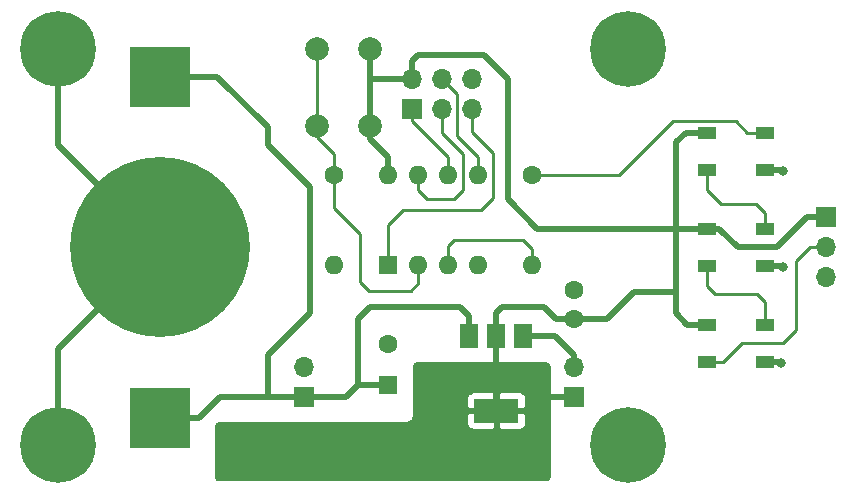
<source format=gtl>
G04 #@! TF.GenerationSoftware,KiCad,Pcbnew,5.1.6-c6e7f7d~87~ubuntu20.04.1*
G04 #@! TF.CreationDate,2020-07-30T22:17:07+05:30*
G04 #@! TF.ProjectId,tiny_blinky,74696e79-5f62-46c6-996e-6b792e6b6963,rev1*
G04 #@! TF.SameCoordinates,Original*
G04 #@! TF.FileFunction,Copper,L1,Top*
G04 #@! TF.FilePolarity,Positive*
%FSLAX46Y46*%
G04 Gerber Fmt 4.6, Leading zero omitted, Abs format (unit mm)*
G04 Created by KiCad (PCBNEW 5.1.6-c6e7f7d~87~ubuntu20.04.1) date 2020-07-30 22:17:07*
%MOMM*%
%LPD*%
G01*
G04 APERTURE LIST*
G04 #@! TA.AperFunction,SMDPad,CuDef*
%ADD10R,5.100000X5.100000*%
G04 #@! TD*
G04 #@! TA.AperFunction,SMDPad,CuDef*
%ADD11C,15.240000*%
G04 #@! TD*
G04 #@! TA.AperFunction,ComponentPad*
%ADD12C,2.000000*%
G04 #@! TD*
G04 #@! TA.AperFunction,ComponentPad*
%ADD13R,1.600000X1.600000*%
G04 #@! TD*
G04 #@! TA.AperFunction,ComponentPad*
%ADD14C,1.600000*%
G04 #@! TD*
G04 #@! TA.AperFunction,SMDPad,CuDef*
%ADD15R,1.500000X1.000000*%
G04 #@! TD*
G04 #@! TA.AperFunction,ComponentPad*
%ADD16C,6.400000*%
G04 #@! TD*
G04 #@! TA.AperFunction,ComponentPad*
%ADD17C,0.800000*%
G04 #@! TD*
G04 #@! TA.AperFunction,ComponentPad*
%ADD18R,1.700000X1.700000*%
G04 #@! TD*
G04 #@! TA.AperFunction,ComponentPad*
%ADD19O,1.700000X1.700000*%
G04 #@! TD*
G04 #@! TA.AperFunction,ComponentPad*
%ADD20O,1.600000X1.600000*%
G04 #@! TD*
G04 #@! TA.AperFunction,SMDPad,CuDef*
%ADD21R,3.800000X2.000000*%
G04 #@! TD*
G04 #@! TA.AperFunction,SMDPad,CuDef*
%ADD22R,1.500000X2.000000*%
G04 #@! TD*
G04 #@! TA.AperFunction,ViaPad*
%ADD23C,0.812800*%
G04 #@! TD*
G04 #@! TA.AperFunction,Conductor*
%ADD24C,0.508000*%
G04 #@! TD*
G04 #@! TA.AperFunction,Conductor*
%ADD25C,0.254000*%
G04 #@! TD*
G04 APERTURE END LIST*
D10*
X52832000Y-36334700D03*
X52832000Y-65265300D03*
D11*
X52832000Y-50800000D03*
D12*
X70612000Y-40536000D03*
X66112000Y-40536000D03*
X70612000Y-34036000D03*
X66112000Y-34036000D03*
D13*
X72136000Y-62484000D03*
D14*
X72136000Y-58984000D03*
X87884000Y-56896000D03*
X87884000Y-54396000D03*
D15*
X104050000Y-44272000D03*
X104050000Y-41072000D03*
X99150000Y-44272000D03*
X99150000Y-41072000D03*
X104050000Y-52400000D03*
X104050000Y-49200000D03*
X99150000Y-52400000D03*
X99150000Y-49200000D03*
X99150000Y-57328000D03*
X99150000Y-60528000D03*
X104050000Y-57328000D03*
X104050000Y-60528000D03*
D16*
X92456000Y-67564000D03*
D17*
X94856000Y-67564000D03*
X94153056Y-69261056D03*
X92456000Y-69964000D03*
X90758944Y-69261056D03*
X90056000Y-67564000D03*
X90758944Y-65866944D03*
X92456000Y-65164000D03*
X94153056Y-65866944D03*
X94153056Y-32338944D03*
X92456000Y-31636000D03*
X90758944Y-32338944D03*
X90056000Y-34036000D03*
X90758944Y-35733056D03*
X92456000Y-36436000D03*
X94153056Y-35733056D03*
X94856000Y-34036000D03*
D16*
X92456000Y-34036000D03*
X44196000Y-34036000D03*
D17*
X46596000Y-34036000D03*
X45893056Y-35733056D03*
X44196000Y-36436000D03*
X42498944Y-35733056D03*
X41796000Y-34036000D03*
X42498944Y-32338944D03*
X44196000Y-31636000D03*
X45893056Y-32338944D03*
X45893056Y-65866944D03*
X44196000Y-65164000D03*
X42498944Y-65866944D03*
X41796000Y-67564000D03*
X42498944Y-69261056D03*
X44196000Y-69964000D03*
X45893056Y-69261056D03*
X46596000Y-67564000D03*
D16*
X44196000Y-67564000D03*
D18*
X109220000Y-48260000D03*
D19*
X109220000Y-50800000D03*
X109220000Y-53340000D03*
D18*
X74168000Y-39116000D03*
D19*
X74168000Y-36576000D03*
X76708000Y-39116000D03*
X76708000Y-36576000D03*
X79248000Y-39116000D03*
X79248000Y-36576000D03*
X65024000Y-60960000D03*
D18*
X65024000Y-63500000D03*
X87884000Y-63500000D03*
D19*
X87884000Y-60960000D03*
D14*
X84328000Y-44704000D03*
D20*
X84328000Y-52324000D03*
X67564000Y-52324000D03*
D14*
X67564000Y-44704000D03*
D13*
X72136000Y-52324000D03*
D20*
X79756000Y-44704000D03*
X74676000Y-52324000D03*
X77216000Y-44704000D03*
X77216000Y-52324000D03*
X74676000Y-44704000D03*
X79756000Y-52324000D03*
X72136000Y-44704000D03*
D21*
X81280000Y-64618000D03*
D22*
X81280000Y-58318000D03*
X78980000Y-58318000D03*
X83580000Y-58318000D03*
D23*
X105537000Y-44323000D03*
X105537000Y-52451000D03*
X105410000Y-60579000D03*
D24*
X105486000Y-44272000D02*
X105537000Y-44323000D01*
X104050000Y-44272000D02*
X105486000Y-44272000D01*
X105486000Y-52400000D02*
X105537000Y-52451000D01*
X104050000Y-52400000D02*
X105486000Y-52400000D01*
X105359000Y-60528000D02*
X105410000Y-60579000D01*
X104050000Y-60528000D02*
X105359000Y-60528000D01*
X83580000Y-58318000D02*
X86258000Y-58318000D01*
X87884000Y-59944000D02*
X87884000Y-60960000D01*
X86258000Y-58318000D02*
X87884000Y-59944000D01*
X44196000Y-59436000D02*
X44196000Y-67564000D01*
X52832000Y-50800000D02*
X44196000Y-59436000D01*
X44196000Y-42164000D02*
X52832000Y-50800000D01*
X44196000Y-34036000D02*
X44196000Y-42164000D01*
X65024000Y-63500000D02*
X68580000Y-63500000D01*
X69596000Y-62484000D02*
X72136000Y-62484000D01*
X68580000Y-63500000D02*
X69596000Y-62484000D01*
X61976000Y-63500000D02*
X65024000Y-63500000D01*
X78980000Y-58318000D02*
X78980000Y-56628000D01*
X78980000Y-56628000D02*
X78232000Y-55880000D01*
X78232000Y-55880000D02*
X70612000Y-55880000D01*
X69596000Y-56896000D02*
X69596000Y-62484000D01*
X70612000Y-55880000D02*
X69596000Y-56896000D01*
X61976000Y-63500000D02*
X57912000Y-63500000D01*
X56146700Y-65265300D02*
X52832000Y-65265300D01*
X57912000Y-63500000D02*
X56146700Y-65265300D01*
X61976000Y-59944000D02*
X61976000Y-63500000D01*
X65532000Y-56387998D02*
X61976000Y-59944000D01*
X65532000Y-45720000D02*
X65532000Y-56387998D01*
X61976000Y-40640000D02*
X61976000Y-42164000D01*
X61976000Y-42164000D02*
X65532000Y-45720000D01*
X57670700Y-36334700D02*
X61976000Y-40640000D01*
X52832000Y-36334700D02*
X57670700Y-36334700D01*
X81280000Y-64618000D02*
X81280000Y-58318000D01*
X87884000Y-63500000D02*
X85852000Y-63500000D01*
X84734000Y-64618000D02*
X81280000Y-64618000D01*
X85852000Y-63500000D02*
X84734000Y-64618000D01*
X87884000Y-56896000D02*
X86360000Y-56896000D01*
X86360000Y-56896000D02*
X85344000Y-55880000D01*
X85344000Y-55880000D02*
X81788000Y-55880000D01*
X81280000Y-56388000D02*
X81280000Y-58318000D01*
X81788000Y-55880000D02*
X81280000Y-56388000D01*
X99150000Y-41072000D02*
X97358000Y-41072000D01*
X97358000Y-41072000D02*
X96520000Y-41910000D01*
X97460000Y-57328000D02*
X99150000Y-57328000D01*
X96520000Y-56388000D02*
X97460000Y-57328000D01*
X96571000Y-49200000D02*
X96520000Y-49149000D01*
X99150000Y-49200000D02*
X96571000Y-49200000D01*
X96520000Y-41910000D02*
X96520000Y-49149000D01*
X87884000Y-56896000D02*
X90678000Y-56896000D01*
X92964000Y-54610000D02*
X96520000Y-54610000D01*
X90678000Y-56896000D02*
X92964000Y-54610000D01*
X96520000Y-54610000D02*
X96520000Y-56388000D01*
X96520000Y-49149000D02*
X96520000Y-54610000D01*
X99150000Y-49200000D02*
X100127000Y-49200000D01*
X100127000Y-49200000D02*
X101727000Y-50800000D01*
X101727000Y-50800000D02*
X105029000Y-50800000D01*
X107569000Y-48260000D02*
X109220000Y-48260000D01*
X105029000Y-50800000D02*
X107569000Y-48260000D01*
X74168000Y-36576000D02*
X74168000Y-35052000D01*
X74168000Y-35052000D02*
X74676000Y-34544000D01*
X80264000Y-34544000D02*
X82296000Y-36576000D01*
X82296000Y-36576000D02*
X82296000Y-46736000D01*
X84760000Y-49200000D02*
X96571000Y-49200000D01*
X82296000Y-46736000D02*
X84760000Y-49200000D01*
X81280000Y-64618000D02*
X81280000Y-62992000D01*
X74676000Y-34544000D02*
X80264000Y-34544000D01*
X72136000Y-44704000D02*
X72136000Y-43180000D01*
X70612000Y-41656000D02*
X70612000Y-40536000D01*
X72136000Y-43180000D02*
X70612000Y-41656000D01*
X70739000Y-36576000D02*
X70612000Y-36449000D01*
X74168000Y-36576000D02*
X70739000Y-36576000D01*
X70612000Y-36449000D02*
X70612000Y-34036000D01*
X70612000Y-40536000D02*
X70612000Y-36449000D01*
D25*
X99150000Y-44272000D02*
X99150000Y-45937000D01*
X99150000Y-45937000D02*
X100330000Y-47117000D01*
X100330000Y-47117000D02*
X103251000Y-47117000D01*
X104050000Y-47916000D02*
X104050000Y-49200000D01*
X103251000Y-47117000D02*
X104050000Y-47916000D01*
X91694000Y-44704000D02*
X84328000Y-44704000D01*
X96266000Y-40132000D02*
X91694000Y-44704000D01*
X101600000Y-40132000D02*
X96266000Y-40132000D01*
X102540000Y-41072000D02*
X101600000Y-40132000D01*
X104050000Y-41072000D02*
X102540000Y-41072000D01*
X99150000Y-52400000D02*
X99150000Y-54065000D01*
X99150000Y-54065000D02*
X99822000Y-54737000D01*
X99822000Y-54737000D02*
X103378000Y-54737000D01*
X104050000Y-55409000D02*
X104050000Y-57328000D01*
X103378000Y-54737000D02*
X104050000Y-55409000D01*
X99150000Y-60528000D02*
X100508000Y-60528000D01*
X100508000Y-60528000D02*
X102108000Y-58928000D01*
X102108000Y-58928000D02*
X105537000Y-58928000D01*
X105537000Y-58928000D02*
X106680000Y-57785000D01*
X106680000Y-57785000D02*
X106680000Y-51943000D01*
X107823000Y-50800000D02*
X109220000Y-50800000D01*
X106680000Y-51943000D02*
X107823000Y-50800000D01*
X77216000Y-52324000D02*
X77216000Y-50673000D01*
X77216000Y-50673000D02*
X77724000Y-50165000D01*
X77724000Y-50165000D02*
X83566000Y-50165000D01*
X84328000Y-50927000D02*
X84328000Y-52324000D01*
X83566000Y-50165000D02*
X84328000Y-50927000D01*
X74676000Y-52324000D02*
X74676000Y-53848000D01*
X69723000Y-49657000D02*
X67564000Y-47498000D01*
X67564000Y-47498000D02*
X67564000Y-44704000D01*
X69723000Y-53721000D02*
X69723000Y-49657000D01*
X70485000Y-54483000D02*
X69723000Y-53721000D01*
X74041000Y-54483000D02*
X70485000Y-54483000D01*
X74676000Y-53848000D02*
X74041000Y-54483000D01*
X67564000Y-44704000D02*
X67564000Y-42926000D01*
X66112000Y-41474000D02*
X66112000Y-40536000D01*
X67564000Y-42926000D02*
X66112000Y-41474000D01*
X66112000Y-40536000D02*
X66112000Y-34036000D01*
X72136000Y-52324000D02*
X72136000Y-48895000D01*
X72136000Y-48895000D02*
X73406000Y-47625000D01*
X73406000Y-47625000D02*
X80010000Y-47625000D01*
X80010000Y-47625000D02*
X81026000Y-46609000D01*
X81026000Y-46609000D02*
X81026000Y-42799000D01*
X79248000Y-41021000D02*
X79248000Y-39116000D01*
X81026000Y-42799000D02*
X79248000Y-41021000D01*
X79756000Y-44704000D02*
X79756000Y-43180000D01*
X79756000Y-43180000D02*
X77978000Y-41402000D01*
X77978000Y-37846000D02*
X76708000Y-36576000D01*
X77978000Y-41402000D02*
X77978000Y-37846000D01*
X78486000Y-42926000D02*
X76708000Y-41148000D01*
X78486000Y-45974000D02*
X78486000Y-42926000D01*
X76708000Y-41148000D02*
X76708000Y-39116000D01*
X77724000Y-46736000D02*
X78486000Y-45974000D01*
X75438000Y-46736000D02*
X77724000Y-46736000D01*
X74676000Y-45974000D02*
X75438000Y-46736000D01*
X74676000Y-44704000D02*
X74676000Y-45974000D01*
X77216000Y-44704000D02*
X77216000Y-43180000D01*
X74168000Y-40132000D02*
X74168000Y-39116000D01*
X77216000Y-43180000D02*
X74168000Y-40132000D01*
G36*
X85442325Y-60593040D02*
G01*
X85533951Y-60630993D01*
X85612632Y-60691368D01*
X85673007Y-60770049D01*
X85710960Y-60861675D01*
X85725000Y-60968321D01*
X85725000Y-70095679D01*
X85710960Y-70202325D01*
X85673007Y-70293951D01*
X85612632Y-70372632D01*
X85533951Y-70433007D01*
X85531071Y-70434200D01*
X57724929Y-70434200D01*
X57722049Y-70433007D01*
X57643368Y-70372632D01*
X57582993Y-70293951D01*
X57545040Y-70202325D01*
X57531000Y-70095679D01*
X57531000Y-66048321D01*
X57545040Y-65941675D01*
X57582993Y-65850049D01*
X57643368Y-65771368D01*
X57722049Y-65710993D01*
X57813675Y-65673040D01*
X57920321Y-65659000D01*
X73660000Y-65659000D01*
X73676577Y-65657913D01*
X73808057Y-65640603D01*
X73840080Y-65632023D01*
X73873934Y-65618000D01*
X78741928Y-65618000D01*
X78754188Y-65742482D01*
X78790498Y-65862180D01*
X78849463Y-65972494D01*
X78928815Y-66069185D01*
X79025506Y-66148537D01*
X79135820Y-66207502D01*
X79255518Y-66243812D01*
X79380000Y-66256072D01*
X80994250Y-66253000D01*
X81153000Y-66094250D01*
X81153000Y-64745000D01*
X81407000Y-64745000D01*
X81407000Y-66094250D01*
X81565750Y-66253000D01*
X83180000Y-66256072D01*
X83304482Y-66243812D01*
X83424180Y-66207502D01*
X83534494Y-66148537D01*
X83631185Y-66069185D01*
X83710537Y-65972494D01*
X83769502Y-65862180D01*
X83805812Y-65742482D01*
X83818072Y-65618000D01*
X83815000Y-64903750D01*
X83656250Y-64745000D01*
X81407000Y-64745000D01*
X81153000Y-64745000D01*
X78903750Y-64745000D01*
X78745000Y-64903750D01*
X78741928Y-65618000D01*
X73873934Y-65618000D01*
X73962600Y-65581274D01*
X73991313Y-65564697D01*
X74096523Y-65483966D01*
X74119966Y-65460523D01*
X74200697Y-65355313D01*
X74217274Y-65326600D01*
X74268023Y-65204080D01*
X74276603Y-65172057D01*
X74293913Y-65040577D01*
X74295000Y-65024000D01*
X74295000Y-63618000D01*
X78741928Y-63618000D01*
X78745000Y-64332250D01*
X78903750Y-64491000D01*
X81153000Y-64491000D01*
X81153000Y-63141750D01*
X81407000Y-63141750D01*
X81407000Y-64491000D01*
X83656250Y-64491000D01*
X83815000Y-64332250D01*
X83818072Y-63618000D01*
X83805812Y-63493518D01*
X83769502Y-63373820D01*
X83710537Y-63263506D01*
X83631185Y-63166815D01*
X83534494Y-63087463D01*
X83424180Y-63028498D01*
X83304482Y-62992188D01*
X83180000Y-62979928D01*
X81565750Y-62983000D01*
X81407000Y-63141750D01*
X81153000Y-63141750D01*
X80994250Y-62983000D01*
X79380000Y-62979928D01*
X79255518Y-62992188D01*
X79135820Y-63028498D01*
X79025506Y-63087463D01*
X78928815Y-63166815D01*
X78849463Y-63263506D01*
X78790498Y-63373820D01*
X78754188Y-63493518D01*
X78741928Y-63618000D01*
X74295000Y-63618000D01*
X74295000Y-60968321D01*
X74309040Y-60861675D01*
X74346993Y-60770049D01*
X74407368Y-60691368D01*
X74486049Y-60630993D01*
X74577675Y-60593040D01*
X74684321Y-60579000D01*
X85335679Y-60579000D01*
X85442325Y-60593040D01*
G37*
X85442325Y-60593040D02*
X85533951Y-60630993D01*
X85612632Y-60691368D01*
X85673007Y-60770049D01*
X85710960Y-60861675D01*
X85725000Y-60968321D01*
X85725000Y-70095679D01*
X85710960Y-70202325D01*
X85673007Y-70293951D01*
X85612632Y-70372632D01*
X85533951Y-70433007D01*
X85531071Y-70434200D01*
X57724929Y-70434200D01*
X57722049Y-70433007D01*
X57643368Y-70372632D01*
X57582993Y-70293951D01*
X57545040Y-70202325D01*
X57531000Y-70095679D01*
X57531000Y-66048321D01*
X57545040Y-65941675D01*
X57582993Y-65850049D01*
X57643368Y-65771368D01*
X57722049Y-65710993D01*
X57813675Y-65673040D01*
X57920321Y-65659000D01*
X73660000Y-65659000D01*
X73676577Y-65657913D01*
X73808057Y-65640603D01*
X73840080Y-65632023D01*
X73873934Y-65618000D01*
X78741928Y-65618000D01*
X78754188Y-65742482D01*
X78790498Y-65862180D01*
X78849463Y-65972494D01*
X78928815Y-66069185D01*
X79025506Y-66148537D01*
X79135820Y-66207502D01*
X79255518Y-66243812D01*
X79380000Y-66256072D01*
X80994250Y-66253000D01*
X81153000Y-66094250D01*
X81153000Y-64745000D01*
X81407000Y-64745000D01*
X81407000Y-66094250D01*
X81565750Y-66253000D01*
X83180000Y-66256072D01*
X83304482Y-66243812D01*
X83424180Y-66207502D01*
X83534494Y-66148537D01*
X83631185Y-66069185D01*
X83710537Y-65972494D01*
X83769502Y-65862180D01*
X83805812Y-65742482D01*
X83818072Y-65618000D01*
X83815000Y-64903750D01*
X83656250Y-64745000D01*
X81407000Y-64745000D01*
X81153000Y-64745000D01*
X78903750Y-64745000D01*
X78745000Y-64903750D01*
X78741928Y-65618000D01*
X73873934Y-65618000D01*
X73962600Y-65581274D01*
X73991313Y-65564697D01*
X74096523Y-65483966D01*
X74119966Y-65460523D01*
X74200697Y-65355313D01*
X74217274Y-65326600D01*
X74268023Y-65204080D01*
X74276603Y-65172057D01*
X74293913Y-65040577D01*
X74295000Y-65024000D01*
X74295000Y-63618000D01*
X78741928Y-63618000D01*
X78745000Y-64332250D01*
X78903750Y-64491000D01*
X81153000Y-64491000D01*
X81153000Y-63141750D01*
X81407000Y-63141750D01*
X81407000Y-64491000D01*
X83656250Y-64491000D01*
X83815000Y-64332250D01*
X83818072Y-63618000D01*
X83805812Y-63493518D01*
X83769502Y-63373820D01*
X83710537Y-63263506D01*
X83631185Y-63166815D01*
X83534494Y-63087463D01*
X83424180Y-63028498D01*
X83304482Y-62992188D01*
X83180000Y-62979928D01*
X81565750Y-62983000D01*
X81407000Y-63141750D01*
X81153000Y-63141750D01*
X80994250Y-62983000D01*
X79380000Y-62979928D01*
X79255518Y-62992188D01*
X79135820Y-63028498D01*
X79025506Y-63087463D01*
X78928815Y-63166815D01*
X78849463Y-63263506D01*
X78790498Y-63373820D01*
X78754188Y-63493518D01*
X78741928Y-63618000D01*
X74295000Y-63618000D01*
X74295000Y-60968321D01*
X74309040Y-60861675D01*
X74346993Y-60770049D01*
X74407368Y-60691368D01*
X74486049Y-60630993D01*
X74577675Y-60593040D01*
X74684321Y-60579000D01*
X85335679Y-60579000D01*
X85442325Y-60593040D01*
M02*

</source>
